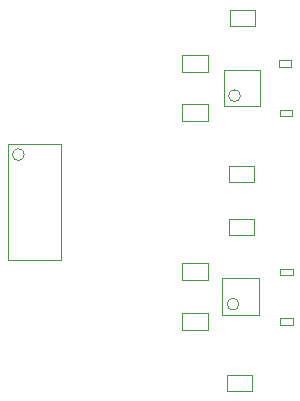
<source format=gbr>
%TF.GenerationSoftware,Altium Limited,Altium Designer,22.9.1 (49)*%
G04 Layer_Color=16711935*
%FSLAX25Y25*%
%MOIN*%
%TF.SameCoordinates,E4663CD6-9850-4590-99AB-2D6E941D03D6*%
%TF.FilePolarity,Positive*%
%TF.FileFunction,Other,Mechanical_13*%
%TF.Part,Single*%
G01*
G75*
%TA.AperFunction,NonConductor*%
%ADD39C,0.00394*%
D39*
X163146Y167114D02*
G03*
X163146Y167114I-1969J0D01*
G01*
X235189Y186709D02*
G03*
X235189Y186709I-1969J0D01*
G01*
X234689Y117209D02*
G03*
X234689Y117209I-1969J0D01*
G01*
X157634Y132075D02*
Y170658D01*
X175350Y132075D02*
Y170658D01*
X157634D02*
X175350D01*
X157634Y132075D02*
X175350D01*
X230866Y88342D02*
X239134D01*
X230866Y93657D02*
X239134D01*
Y88342D02*
Y93657D01*
X230866Y88342D02*
Y93657D01*
X229677Y183165D02*
X241882D01*
X229677Y195370D02*
X241882D01*
X229677Y183165D02*
Y195370D01*
X241882Y183165D02*
Y195370D01*
X231366Y157843D02*
X239634D01*
X231366Y163157D02*
X239634D01*
Y157843D02*
Y163157D01*
X231366Y157843D02*
Y163157D01*
X215669Y178146D02*
X224331D01*
X215669Y183854D02*
X224331D01*
Y178146D02*
Y183854D01*
X215669Y178146D02*
Y183854D01*
X215618Y194646D02*
X224279D01*
X215618Y200354D02*
X224279D01*
Y194646D02*
Y200354D01*
X215618Y194646D02*
Y200354D01*
X248433Y126917D02*
X252567D01*
X248433Y129083D02*
X252567D01*
Y126917D02*
Y129083D01*
X248433Y126917D02*
Y129083D01*
Y110417D02*
X252567D01*
X248433Y112583D02*
X252567D01*
Y110417D02*
Y112583D01*
X248433Y110417D02*
Y112583D01*
X215827Y125146D02*
X224488D01*
X215827Y130854D02*
X224488D01*
Y125146D02*
Y130854D01*
X215827Y125146D02*
Y130854D01*
X231366Y140342D02*
Y145658D01*
X239634Y140342D02*
Y145658D01*
X231366D02*
X239634D01*
X231366Y140342D02*
X239634D01*
X241382Y113665D02*
Y125870D01*
X229177Y113665D02*
Y125870D01*
X241382D01*
X229177Y113665D02*
X241382D01*
X231866Y209842D02*
Y215158D01*
X240134Y209842D02*
Y215158D01*
X231866D02*
X240134D01*
X231866Y209842D02*
X240134D01*
X248063Y196417D02*
X252197D01*
X248063Y198583D02*
X252197D01*
Y196417D02*
Y198583D01*
X248063Y196417D02*
Y198583D01*
X248303Y179917D02*
X252437D01*
X248303Y182083D02*
X252437D01*
Y179917D02*
Y182083D01*
X248303Y179917D02*
Y182083D01*
X215669Y108646D02*
X224331D01*
X215669Y114354D02*
X224331D01*
Y108646D02*
Y114354D01*
X215669Y108646D02*
Y114354D01*
%TF.MD5,59d03411888a0083cc77627f8a518779*%
M02*

</source>
